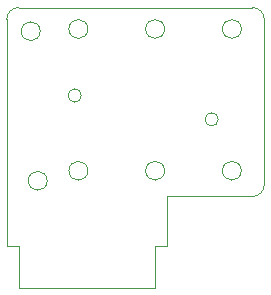
<source format=gbr>
%TF.GenerationSoftware,KiCad,Pcbnew,9.0.3*%
%TF.CreationDate,2025-08-07T08:56:10+03:00*%
%TF.ProjectId,Battery,42617474-6572-4792-9e6b-696361645f70,rev?*%
%TF.SameCoordinates,Original*%
%TF.FileFunction,Other,User*%
%FSLAX46Y46*%
G04 Gerber Fmt 4.6, Leading zero omitted, Abs format (unit mm)*
G04 Created by KiCad (PCBNEW 9.0.3) date 2025-08-07 08:56:10*
%MOMM*%
%LPD*%
G01*
G04 APERTURE LIST*
%ADD10C,0.050000*%
G04 APERTURE END LIST*
D10*
X136425000Y-84367000D02*
G75*
G02*
X134825000Y-84367000I-800000J0D01*
G01*
X134825000Y-84367000D02*
G75*
G02*
X136425000Y-84367000I800000J0D01*
G01*
X135830000Y-71710000D02*
G75*
G02*
X134230000Y-71710000I-800000J0D01*
G01*
X134230000Y-71710000D02*
G75*
G02*
X135830000Y-71710000I800000J0D01*
G01*
X134000000Y-93420000D02*
X134000000Y-89930000D01*
X134000000Y-89930000D02*
X133000000Y-89930000D01*
X146360000Y-71520000D02*
G75*
G02*
X144760000Y-71520000I-800000J0D01*
G01*
X144760000Y-71520000D02*
G75*
G02*
X146360000Y-71520000I800000J0D01*
G01*
X152860000Y-71520000D02*
G75*
G02*
X151260000Y-71520000I-800000J0D01*
G01*
X151260000Y-71520000D02*
G75*
G02*
X152860000Y-71520000I800000J0D01*
G01*
X139860000Y-71520000D02*
G75*
G02*
X138260000Y-71520000I-800000J0D01*
G01*
X138260000Y-71520000D02*
G75*
G02*
X139860000Y-71520000I800000J0D01*
G01*
X150910000Y-79170000D02*
G75*
G02*
X149790000Y-79170000I-560000J0D01*
G01*
X149790000Y-79170000D02*
G75*
G02*
X150910000Y-79170000I560000J0D01*
G01*
X139310000Y-77150000D02*
G75*
G02*
X138190000Y-77150000I-560000J0D01*
G01*
X138190000Y-77150000D02*
G75*
G02*
X139310000Y-77150000I560000J0D01*
G01*
X153800000Y-69700000D02*
X134000000Y-69700000D01*
X153800000Y-69700000D02*
G75*
G02*
X154800000Y-70700000I0J-1000000D01*
G01*
X133000000Y-70700000D02*
X133000000Y-89930000D01*
X146540000Y-89930000D02*
X146540000Y-85700000D01*
X154800000Y-84700000D02*
G75*
G02*
X153800000Y-85700000I-1000000J0D01*
G01*
X154800000Y-84700000D02*
X154800000Y-70700000D01*
X139860000Y-83520000D02*
G75*
G02*
X138260000Y-83520000I-800000J0D01*
G01*
X138260000Y-83520000D02*
G75*
G02*
X139860000Y-83520000I800000J0D01*
G01*
X146360000Y-83520000D02*
G75*
G02*
X144760000Y-83520000I-800000J0D01*
G01*
X144760000Y-83520000D02*
G75*
G02*
X146360000Y-83520000I800000J0D01*
G01*
X152860000Y-83520000D02*
G75*
G02*
X151260000Y-83520000I-800000J0D01*
G01*
X151260000Y-83520000D02*
G75*
G02*
X152860000Y-83520000I800000J0D01*
G01*
X153800000Y-85700000D02*
X146540000Y-85700000D01*
X145540000Y-93420000D02*
X134000000Y-93420000D01*
X133000000Y-70700000D02*
G75*
G02*
X134000000Y-69700000I1000000J0D01*
G01*
X146540000Y-89930000D02*
X145540000Y-89930000D01*
X145540000Y-89930000D02*
X145540000Y-93420000D01*
M02*

</source>
